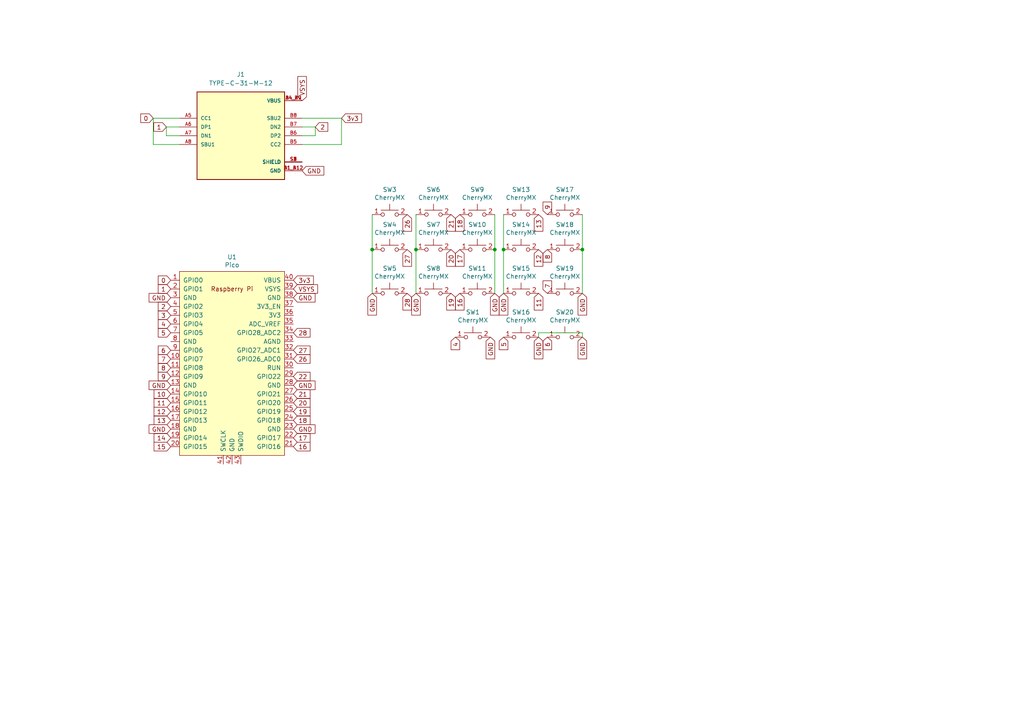
<source format=kicad_sch>
(kicad_sch (version 20230121) (generator eeschema)
  (paper "A4")
  (lib_symbols
    (symbol "Keeb-rescue:CherryMX-CherryMX" (pin_names (offset 0.254))
      (property "Reference" "SW" (at 2.54 3.175 0))
      (property "Value" "CherryMX_CherryMX" (at 0 -1.905 0))
      (symbol "CherryMX-CherryMX_1_1"
        (circle (center -2.032 0) (radius 0.508))
        (polyline (pts (xy 0 1.27) (xy 0 3.048)))
        (polyline (pts (xy 2.54 1.27) (xy -2.54 1.27)))
        (circle (center 2.032 0) (radius 0.508))
        (pin passive line (at -5.08 0 0) (length 2.54) (name "~") (number "1"))
        (pin passive line (at 5.08 0 180) (length 2.54) (name "~") (number "2"))
      )
    )
    (symbol "Keeb-rescue:Pico-MCU_RaspberryPi_and_Boards" (pin_names (offset 1.016))
      (property "Reference" "U" (at -13.97 27.94 0))
      (property "Value" "MCU_RaspberryPi_and_Boards_Pico" (at 0 19.05 0))
      (symbol "Pico-MCU_RaspberryPi_and_Boards_0_0"
        (text "Raspberry Pi" (at 0 21.59 0) (effects (font (size 1.27 1.27))))
      )
      (symbol "Pico-MCU_RaspberryPi_and_Boards_0_1"
        (rectangle (start -15.24 26.67) (end 15.24 -26.67) (fill (type background)))
      )
      (symbol "Pico-MCU_RaspberryPi_and_Boards_1_1"
        (pin bidirectional line (at -17.78 24.13 0) (length 2.54) (name "GPIO0") (number "1"))
        (pin bidirectional line (at -17.78 1.27 0) (length 2.54) (name "GPIO7") (number "10"))
        (pin bidirectional line (at -17.78 -1.27 0) (length 2.54) (name "GPIO8") (number "11"))
        (pin bidirectional line (at -17.78 -3.81 0) (length 2.54) (name "GPIO9") (number "12"))
        (pin power_in line (at -17.78 -6.35 0) (length 2.54) (name "GND") (number "13"))
        (pin bidirectional line (at -17.78 -8.89 0) (length 2.54) (name "GPIO10") (number "14"))
        (pin bidirectional line (at -17.78 -11.43 0) (length 2.54) (name "GPIO11") (number "15"))
        (pin bidirectional line (at -17.78 -13.97 0) (length 2.54) (name "GPIO12") (number "16"))
        (pin bidirectional line (at -17.78 -16.51 0) (length 2.54) (name "GPIO13") (number "17"))
        (pin power_in line (at -17.78 -19.05 0) (length 2.54) (name "GND") (number "18"))
        (pin bidirectional line (at -17.78 -21.59 0) (length 2.54) (name "GPIO14") (number "19"))
        (pin bidirectional line (at -17.78 21.59 0) (length 2.54) (name "GPIO1") (number "2"))
        (pin bidirectional line (at -17.78 -24.13 0) (length 2.54) (name "GPIO15") (number "20"))
        (pin bidirectional line (at 17.78 -24.13 180) (length 2.54) (name "GPIO16") (number "21"))
        (pin bidirectional line (at 17.78 -21.59 180) (length 2.54) (name "GPIO17") (number "22"))
        (pin power_in line (at 17.78 -19.05 180) (length 2.54) (name "GND") (number "23"))
        (pin bidirectional line (at 17.78 -16.51 180) (length 2.54) (name "GPIO18") (number "24"))
        (pin bidirectional line (at 17.78 -13.97 180) (length 2.54) (name "GPIO19") (number "25"))
        (pin bidirectional line (at 17.78 -11.43 180) (length 2.54) (name "GPIO20") (number "26"))
        (pin bidirectional line (at 17.78 -8.89 180) (length 2.54) (name "GPIO21") (number "27"))
        (pin power_in line (at 17.78 -6.35 180) (length 2.54) (name "GND") (number "28"))
        (pin bidirectional line (at 17.78 -3.81 180) (length 2.54) (name "GPIO22") (number "29"))
        (pin power_in line (at -17.78 19.05 0) (length 2.54) (name "GND") (number "3"))
        (pin input line (at 17.78 -1.27 180) (length 2.54) (name "RUN") (number "30"))
        (pin bidirectional line (at 17.78 1.27 180) (length 2.54) (name "GPIO26_ADC0") (number "31"))
        (pin bidirectional line (at 17.78 3.81 180) (length 2.54) (name "GPIO27_ADC1") (number "32"))
        (pin power_in line (at 17.78 6.35 180) (length 2.54) (name "AGND") (number "33"))
        (pin bidirectional line (at 17.78 8.89 180) (length 2.54) (name "GPIO28_ADC2") (number "34"))
        (pin unspecified line (at 17.78 11.43 180) (length 2.54) (name "ADC_VREF") (number "35"))
        (pin unspecified line (at 17.78 13.97 180) (length 2.54) (name "3V3") (number "36"))
        (pin input line (at 17.78 16.51 180) (length 2.54) (name "3V3_EN") (number "37"))
        (pin bidirectional line (at 17.78 19.05 180) (length 2.54) (name "GND") (number "38"))
        (pin unspecified line (at 17.78 21.59 180) (length 2.54) (name "VSYS") (number "39"))
        (pin bidirectional line (at -17.78 16.51 0) (length 2.54) (name "GPIO2") (number "4"))
        (pin unspecified line (at 17.78 24.13 180) (length 2.54) (name "VBUS") (number "40"))
        (pin input line (at -2.54 -29.21 90) (length 2.54) (name "SWCLK") (number "41"))
        (pin power_in line (at 0 -29.21 90) (length 2.54) (name "GND") (number "42"))
        (pin bidirectional line (at 2.54 -29.21 90) (length 2.54) (name "SWDIO") (number "43"))
        (pin bidirectional line (at -17.78 13.97 0) (length 2.54) (name "GPIO3") (number "5"))
        (pin bidirectional line (at -17.78 11.43 0) (length 2.54) (name "GPIO4") (number "6"))
        (pin bidirectional line (at -17.78 8.89 0) (length 2.54) (name "GPIO5") (number "7"))
        (pin power_in line (at -17.78 6.35 0) (length 2.54) (name "GND") (number "8"))
        (pin bidirectional line (at -17.78 3.81 0) (length 2.54) (name "GPIO6") (number "9"))
      )
    )
    (symbol "TypeC:TYPE-C-31-M-12" (pin_names (offset 1.016))
      (property "Reference" "J" (at -12.7 13.462 0))
      (property "Value" "TYPE-C-31-M-12" (at -12.7 -13.462 0))
      (symbol "TYPE-C-31-M-12_0_0"
        (rectangle (start -12.7 -12.7) (end 12.7 12.7) (stroke (width 0.254)) (fill (type background)))
        (pin power_in line (at 17.78 -10.16 180) (length 5.08) (name "GND") (number "A1_B12"))
        (pin power_in line (at 17.78 10.16 180) (length 5.08) (name "VBUS") (number "A4_B9"))
        (pin bidirectional line (at -17.78 5.08 0) (length 5.08) (name "CC1") (number "A5"))
        (pin bidirectional line (at -17.78 2.54 0) (length 5.08) (name "DP1") (number "A6"))
        (pin bidirectional line (at -17.78 0 0) (length 5.08) (name "DN1") (number "A7"))
        (pin bidirectional line (at -17.78 -2.54 0) (length 5.08) (name "SBU1") (number "A8"))
        (pin power_in line (at 17.78 -10.16 180) (length 5.08) (name "GND") (number "B1_A12"))
        (pin power_in line (at 17.78 10.16 180) (length 5.08) (name "VBUS") (number "B4_A9"))
        (pin bidirectional line (at 17.78 -2.54 180) (length 5.08) (name "CC2") (number "B5"))
        (pin bidirectional line (at 17.78 0 180) (length 5.08) (name "DP2") (number "B6"))
        (pin bidirectional line (at 17.78 2.54 180) (length 5.08) (name "DN2") (number "B7"))
        (pin bidirectional line (at 17.78 5.08 180) (length 5.08) (name "SBU2") (number "B8"))
        (pin passive line (at 17.78 -7.62 180) (length 5.08) (name "SHIELD") (number "S1"))
        (pin passive line (at 17.78 -7.62 180) (length 5.08) (name "SHIELD") (number "S2"))
        (pin passive line (at 17.78 -7.62 180) (length 5.08) (name "SHIELD") (number "S3"))
        (pin passive line (at 17.78 -7.62 180) (length 5.08) (name "SHIELD") (number "S4"))
      )
    )
  )
  (junction (at 146.05 72.39))
  (junction (at 143.51 72.39))
  (junction (at 168.91 72.39))
  (junction (at 107.95 72.39))
  (junction (at 120.65 72.39))
  (wire (pts (xy 146.05 62.23) (xy 146.05 72.39)))
  (wire (pts (xy 156.21 96.52) (xy 168.91 96.52)))
  (wire (pts (xy 44.45 41.91) (xy 52.07 41.91)))
  (wire (pts (xy 143.51 62.23) (xy 143.51 72.39)))
  (wire (pts (xy 168.91 62.23) (xy 168.91 72.39)))
  (wire (pts (xy 99.06 41.91) (xy 87.63 41.91)))
  (wire (pts (xy 52.07 36.83) (xy 48.26 36.83)))
  (wire (pts (xy 156.21 97.79) (xy 156.21 96.52)))
  (wire (pts (xy 91.44 36.83) (xy 91.44 39.37)))
  (wire (pts (xy 120.65 72.39) (xy 120.65 85.09)))
  (wire (pts (xy 107.95 62.23) (xy 107.95 72.39)))
  (wire (pts (xy 107.95 72.39) (xy 107.95 85.09)))
  (wire (pts (xy 120.65 62.23) (xy 120.65 72.39)))
  (wire (pts (xy 146.05 72.39) (xy 146.05 85.09)))
  (wire (pts (xy 91.44 39.37) (xy 87.63 39.37)))
  (wire (pts (xy 168.91 96.52) (xy 168.91 97.79)))
  (wire (pts (xy 48.26 39.37) (xy 52.07 39.37)))
  (wire (pts (xy 52.07 34.29) (xy 44.45 34.29)))
  (wire (pts (xy 48.26 36.83) (xy 48.26 39.37)))
  (wire (pts (xy 143.51 72.39) (xy 143.51 85.09)))
  (wire (pts (xy 44.45 34.29) (xy 44.45 41.91)))
  (wire (pts (xy 99.06 34.29) (xy 99.06 41.91)))
  (wire (pts (xy 87.63 36.83) (xy 91.44 36.83)))
  (wire (pts (xy 168.91 72.39) (xy 168.91 85.09)))
  (wire (pts (xy 87.63 34.29) (xy 99.06 34.29)))
  (global_label "9" (shape input) (at 158.75 62.23 90) (property "Intersheetrefs" "${INTERSHEET_REFS}" (effects hide)))
  (global_label "5" (shape input) (at 49.53 96.52 180) (property "Intersheetrefs" "${INTERSHEET_REFS}" (effects hide)))
  (global_label "GND" (shape input) (at 120.65 85.09 270) (property "Intersheetrefs" "${INTERSHEET_REFS}" (effects hide)))
  (global_label "GND" (shape input) (at 49.53 124.46 180) (property "Intersheetrefs" "${INTERSHEET_REFS}" (effects hide)))
  (global_label "11" (shape input) (at 49.53 116.84 180) (property "Intersheetrefs" "${INTERSHEET_REFS}" (effects hide)))
  (global_label "3" (shape input) (at 49.53 91.44 180) (property "Intersheetrefs" "${INTERSHEET_REFS}" (effects hide)))
  (global_label "GND" (shape input) (at 146.05 85.09 270) (property "Intersheetrefs" "${INTERSHEET_REFS}" (effects hide)))
  (global_label "2" (shape input) (at 91.44 36.83 0) (property "Intersheetrefs" "${INTERSHEET_REFS}" (effects hide)))
  (global_label "22" (shape input) (at 85.09 109.22 0) (property "Intersheetrefs" "${INTERSHEET_REFS}" (effects hide)))
  (global_label "13" (shape input) (at 49.53 121.92 180) (property "Intersheetrefs" "${INTERSHEET_REFS}" (effects hide)))
  (global_label "GND" (shape input) (at 142.24 97.79 270) (property "Intersheetrefs" "${INTERSHEET_REFS}" (effects hide)))
  (global_label "GND" (shape input) (at 168.91 85.09 270) (property "Intersheetrefs" "${INTERSHEET_REFS}" (effects hide)))
  (global_label "20" (shape input) (at 130.81 72.39 270) (property "Intersheetrefs" "${INTERSHEET_REFS}" (effects hide)))
  (global_label "27" (shape input) (at 118.11 72.39 270) (property "Intersheetrefs" "${INTERSHEET_REFS}" (effects hide)))
  (global_label "VSYS" (shape input) (at 87.63 29.21 90) (property "Intersheetrefs" "${INTERSHEET_REFS}" (effects hide)))
  (global_label "16" (shape input) (at 133.35 85.09 270) (property "Intersheetrefs" "${INTERSHEET_REFS}" (effects hide)))
  (global_label "27" (shape input) (at 85.09 101.6 0) (property "Intersheetrefs" "${INTERSHEET_REFS}" (effects hide)))
  (global_label "7" (shape input) (at 158.75 85.09 90) (property "Intersheetrefs" "${INTERSHEET_REFS}" (effects hide)))
  (global_label "28" (shape input) (at 85.09 96.52 0) (property "Intersheetrefs" "${INTERSHEET_REFS}" (effects hide)))
  (global_label "3v3" (shape input) (at 99.06 34.29 0) (property "Intersheetrefs" "${INTERSHEET_REFS}" (effects hide)))
  (global_label "GND" (shape input) (at 168.91 97.79 270) (property "Intersheetrefs" "${INTERSHEET_REFS}" (effects hide)))
  (global_label "18" (shape input) (at 133.35 62.23 270) (property "Intersheetrefs" "${INTERSHEET_REFS}" (effects hide)))
  (global_label "GND" (shape input) (at 49.53 111.76 180) (property "Intersheetrefs" "${INTERSHEET_REFS}" (effects hide)))
  (global_label "14" (shape input) (at 49.53 127 180) (property "Intersheetrefs" "${INTERSHEET_REFS}" (effects hide)))
  (global_label "17" (shape input) (at 85.09 127 0) (property "Intersheetrefs" "${INTERSHEET_REFS}" (effects hide)))
  (global_label "8" (shape input) (at 158.75 72.39 270) (property "Intersheetrefs" "${INTERSHEET_REFS}" (effects hide)))
  (global_label "18" (shape input) (at 85.09 121.92 0) (property "Intersheetrefs" "${INTERSHEET_REFS}" (effects hide)))
  (global_label "28" (shape input) (at 118.11 85.09 270) (property "Intersheetrefs" "${INTERSHEET_REFS}" (effects hide)))
  (global_label "4" (shape input) (at 49.53 93.98 180) (property "Intersheetrefs" "${INTERSHEET_REFS}" (effects hide)))
  (global_label "GND" (shape input) (at 49.53 86.36 180) (property "Intersheetrefs" "${INTERSHEET_REFS}" (effects hide)))
  (global_label "20" (shape input) (at 85.09 116.84 0) (property "Intersheetrefs" "${INTERSHEET_REFS}" (effects hide)))
  (global_label "GND" (shape input) (at 87.63 49.53 0) (property "Intersheetrefs" "${INTERSHEET_REFS}" (effects hide)))
  (global_label "GND" (shape input) (at 107.95 85.09 270) (property "Intersheetrefs" "${INTERSHEET_REFS}" (effects hide)))
  (global_label "13" (shape input) (at 156.21 62.23 270) (property "Intersheetrefs" "${INTERSHEET_REFS}" (effects hide)))
  (global_label "GND" (shape input) (at 85.09 111.76 0) (property "Intersheetrefs" "${INTERSHEET_REFS}" (effects hide)))
  (global_label "9" (shape input) (at 49.53 109.22 180) (property "Intersheetrefs" "${INTERSHEET_REFS}" (effects hide)))
  (global_label "2" (shape input) (at 49.53 88.9 180) (property "Intersheetrefs" "${INTERSHEET_REFS}" (effects hide)))
  (global_label "19" (shape input) (at 130.81 85.09 270) (property "Intersheetrefs" "${INTERSHEET_REFS}" (effects hide)))
  (global_label "11" (shape input) (at 156.21 85.09 270) (property "Intersheetrefs" "${INTERSHEET_REFS}" (effects hide)))
  (global_label "21" (shape input) (at 130.81 62.23 270) (property "Intersheetrefs" "${INTERSHEET_REFS}" (effects hide)))
  (global_label "12" (shape input) (at 156.21 72.39 270) (property "Intersheetrefs" "${INTERSHEET_REFS}" (effects hide)))
  (global_label "5" (shape input) (at 146.05 97.79 270) (property "Intersheetrefs" "${INTERSHEET_REFS}" (effects hide)))
  (global_label "0" (shape input) (at 49.53 81.28 180) (property "Intersheetrefs" "${INTERSHEET_REFS}" (effects hide)))
  (global_label "12" (shape input) (at 49.53 119.38 180) (property "Intersheetrefs" "${INTERSHEET_REFS}" (effects hide)))
  (global_label "7" (shape input) (at 49.53 104.14 180) (property "Intersheetrefs" "${INTERSHEET_REFS}" (effects hide)))
  (global_label "1" (shape input) (at 48.26 36.83 180) (property "Intersheetrefs" "${INTERSHEET_REFS}" (effects hide)))
  (global_label "26" (shape input) (at 118.11 62.23 270) (property "Intersheetrefs" "${INTERSHEET_REFS}" (effects hide)))
  (global_label "0" (shape input) (at 44.45 34.29 180) (property "Intersheetrefs" "${INTERSHEET_REFS}" (effects hide)))
  (global_label "GND" (shape input) (at 156.21 97.79 270) (property "Intersheetrefs" "${INTERSHEET_REFS}" (effects hide)))
  (global_label "19" (shape input) (at 85.09 119.38 0) (property "Intersheetrefs" "${INTERSHEET_REFS}" (effects hide)))
  (global_label "21" (shape input) (at 85.09 114.3 0) (property "Intersheetrefs" "${INTERSHEET_REFS}" (effects hide)))
  (global_label "3v3" (shape input) (at 85.09 81.28 0) (property "Intersheetrefs" "${INTERSHEET_REFS}" (effects hide)))
  (global_label "16" (shape input) (at 85.09 129.54 0) (property "Intersheetrefs" "${INTERSHEET_REFS}" (effects hide)))
  (global_label "15" (shape input) (at 49.53 129.54 180) (property "Intersheetrefs" "${INTERSHEET_REFS}" (effects hide)))
  (global_label "26" (shape input) (at 85.09 104.14 0) (property "Intersheetrefs" "${INTERSHEET_REFS}" (effects hide)))
  (global_label "GND" (shape input) (at 85.09 86.36 0) (property "Intersheetrefs" "${INTERSHEET_REFS}" (effects hide)))
  (global_label "6" (shape input) (at 49.53 101.6 180) (property "Intersheetrefs" "${INTERSHEET_REFS}" (effects hide)))
  (global_label "GND" (shape input) (at 143.51 85.09 270) (property "Intersheetrefs" "${INTERSHEET_REFS}" (effects hide)))
  (global_label "8" (shape input) (at 49.53 106.68 180) (property "Intersheetrefs" "${INTERSHEET_REFS}" (effects hide)))
  (global_label "17" (shape input) (at 133.35 72.39 270) (property "Intersheetrefs" "${INTERSHEET_REFS}" (effects hide)))
  (global_label "10" (shape input) (at 49.53 114.3 180) (property "Intersheetrefs" "${INTERSHEET_REFS}" (effects hide)))
  (global_label "4" (shape input) (at 132.08 97.79 270) (property "Intersheetrefs" "${INTERSHEET_REFS}" (effects hide)))
  (global_label "6" (shape input) (at 158.75 97.79 270) (property "Intersheetrefs" "${INTERSHEET_REFS}" (effects hide)))
  (global_label "1" (shape input) (at 49.53 83.82 180) (property "Intersheetrefs" "${INTERSHEET_REFS}" (effects hide)))
  (global_label "GND" (shape input) (at 85.09 124.46 0) (property "Intersheetrefs" "${INTERSHEET_REFS}" (effects hide)))
  (global_label "VSYS" (shape input) (at 85.09 83.82 0) (property "Intersheetrefs" "${INTERSHEET_REFS}" (effects hide)))
  (symbol (lib_id "Keeb-rescue:Pico-MCU_RaspberryPi_and_Boards") (at 67.31 105.41 0) (unit 1)
    (property "Reference" "U1" (at 67.31 74.549 0))
    (property "Value" "Pico" (at 67.31 76.8604 0))
    (property "Footprint" "MCU_RaspberryPi_and_Boards:RPi_Pico_SMD_TH" (effects hide))
  )
  (symbol (lib_id "Keeb-rescue:CherryMX-CherryMX") (at 113.03 62.23 0) (unit 1)
    (property "Reference" "SW3" (at 113.03 54.991 0))
    (property "Value" "CherryMX" (at 113.03 57.3024 0))
    (property "Footprint" "ScottoKeebs_Hotswap:Hotswap_MX_1.00u" (effects hide))
  )
  (symbol (lib_id "Keeb-rescue:CherryMX-CherryMX") (at 125.73 62.23 0) (unit 1)
    (property "Reference" "SW6" (at 125.73 54.991 0))
    (property "Value" "CherryMX" (at 125.73 57.3024 0))
    (property "Footprint" "ScottoKeebs_Hotswap:Hotswap_MX_1.00u" (effects hide))
  )
  (symbol (lib_id "Keeb-rescue:CherryMX-CherryMX") (at 138.43 62.23 0) (unit 1)
    (property "Reference" "SW9" (at 138.43 54.991 0))
    (property "Value" "CherryMX" (at 138.43 57.3024 0))
    (property "Footprint" "ScottoKeebs_Hotswap:Hotswap_MX_1.00u" (effects hide))
  )
  (symbol (lib_id "Keeb-rescue:CherryMX-CherryMX") (at 151.13 62.23 0) (unit 1)
    (property "Reference" "SW13" (at 151.13 54.991 0))
    (property "Value" "CherryMX" (at 151.13 57.3024 0))
    (property "Footprint" "ScottoKeebs_Hotswap:Hotswap_MX_1.00u" (effects hide))
  )
  (symbol (lib_id "Keeb-rescue:CherryMX-CherryMX") (at 163.83 62.23 0) (unit 1)
    (property "Reference" "SW17" (at 163.83 54.991 0))
    (property "Value" "CherryMX" (at 163.83 57.3024 0))
    (property "Footprint" "ScottoKeebs_Hotswap:Hotswap_MX_1.00u" (effects hide))
  )
  (symbol (lib_id "Keeb-rescue:CherryMX-CherryMX") (at 113.03 72.39 0) (unit 1)
    (property "Reference" "SW4" (at 113.03 65.151 0))
    (property "Value" "CherryMX" (at 113.03 67.4624 0))
    (property "Footprint" "ScottoKeebs_Hotswap:Hotswap_MX_1.00u" (effects hide))
  )
  (symbol (lib_id "Keeb-rescue:CherryMX-CherryMX") (at 125.73 72.39 0) (unit 1)
    (property "Reference" "SW7" (at 125.73 65.151 0))
    (property "Value" "CherryMX" (at 125.73 67.4624 0))
    (property "Footprint" "ScottoKeebs_Hotswap:Hotswap_MX_1.00u" (effects hide))
  )
  (symbol (lib_id "Keeb-rescue:CherryMX-CherryMX") (at 138.43 72.39 0) (unit 1)
    (property "Reference" "SW10" (at 138.43 65.151 0))
    (property "Value" "CherryMX" (at 138.43 67.4624 0))
    (property "Footprint" "ScottoKeebs_Hotswap:Hotswap_MX_1.00u" (effects hide))
  )
  (symbol (lib_id "Keeb-rescue:CherryMX-CherryMX") (at 151.13 72.39 0) (unit 1)
    (property "Reference" "SW14" (at 151.13 65.151 0))
    (property "Value" "CherryMX" (at 151.13 67.4624 0))
    (property "Footprint" "ScottoKeebs_Hotswap:Hotswap_MX_1.00u" (effects hide))
  )
  (symbol (lib_id "Keeb-rescue:CherryMX-CherryMX") (at 163.83 72.39 0) (unit 1)
    (property "Reference" "SW18" (at 163.83 65.151 0))
    (property "Value" "CherryMX" (at 163.83 67.4624 0))
    (property "Footprint" "ScottoKeebs_Hotswap:Hotswap_MX_1.00u" (effects hide))
  )
  (symbol (lib_id "Keeb-rescue:CherryMX-CherryMX") (at 113.03 85.09 0) (unit 1)
    (property "Reference" "SW5" (at 113.03 77.851 0))
    (property "Value" "CherryMX" (at 113.03 80.1624 0))
    (property "Footprint" "ScottoKeebs_Hotswap:Hotswap_MX_1.00u" (effects hide))
  )
  (symbol (lib_id "Keeb-rescue:CherryMX-CherryMX") (at 125.73 85.09 0) (unit 1)
    (property "Reference" "SW8" (at 125.73 77.851 0))
    (property "Value" "CherryMX" (at 125.73 80.1624 0))
    (property "Footprint" "ScottoKeebs_Hotswap:Hotswap_MX_1.00u" (effects hide))
  )
  (symbol (lib_id "Keeb-rescue:CherryMX-CherryMX") (at 138.43 85.09 0) (unit 1)
    (property "Reference" "SW11" (at 138.43 77.851 0))
    (property "Value" "CherryMX" (at 138.43 80.1624 0))
    (property "Footprint" "ScottoKeebs_Hotswap:Hotswap_MX_1.00u" (effects hide))
  )
  (symbol (lib_id "Keeb-rescue:CherryMX-CherryMX") (at 151.13 85.09 0) (unit 1)
    (property "Reference" "SW15" (at 151.13 77.851 0))
    (property "Value" "CherryMX" (at 151.13 80.1624 0))
    (property "Footprint" "ScottoKeebs_Hotswap:Hotswap_MX_1.00u" (effects hide))
  )
  (symbol (lib_id "Keeb-rescue:CherryMX-CherryMX") (at 163.83 85.09 0) (unit 1)
    (property "Reference" "SW19" (at 163.83 77.851 0))
    (property "Value" "CherryMX" (at 163.83 80.1624 0))
    (property "Footprint" "ScottoKeebs_Hotswap:Hotswap_MX_1.00u" (effects hide))
  )
  (symbol (lib_id "Keeb-rescue:CherryMX-CherryMX") (at 151.13 97.79 0) (unit 1)
    (property "Reference" "SW16" (at 151.13 90.551 0))
    (property "Value" "CherryMX" (at 151.13 92.8624 0))
    (property "Footprint" "ScottoKeebs_Hotswap:Hotswap_MX_1.00u" (effects hide))
  )
  (symbol (lib_id "Keeb-rescue:CherryMX-CherryMX") (at 163.83 97.79 0) (unit 1)
    (property "Reference" "SW20" (at 163.83 90.551 0))
    (property "Value" "CherryMX" (at 163.83 92.8624 0))
    (property "Footprint" "ScottoKeebs_Hotswap:Hotswap_MX_1.00u" (effects hide))
  )
  (symbol (lib_id "Keeb-rescue:CherryMX-CherryMX") (at 137.16 97.79 0) (unit 1)
    (property "Reference" "SW1" (at 137.16 90.551 0))
    (property "Value" "CherryMX" (at 137.16 92.8624 0))
    (property "Footprint" "ScottoKeebs_Hotswap:Hotswap_MX_1.00u" (effects hide))
  )
  (symbol (lib_id "TypeC:TYPE-C-31-M-12") (at 69.85 39.37 0) (unit 1)
    (property "Reference" "J1" (at 69.85 21.59 0))
    (property "Value" "TYPE-C-31-M-12" (at 69.85 24.13 0))
    (property "Footprint" "TypeC:HRO_TYPE-C-31-M-12" (effects hide))
    (property "MF" "HRO Electronics Co., Ltd." (effects hide))
    (property "MAXIMUM_PACKAGE_HEIGHT" "3.26 mm" (effects hide))
    (property "Package" "Package" (effects hide))
    (property "Price" "None" (effects hide))
    (property "Check_prices" "https://www.snapeda.com/parts/TYPE-C-31-M-12/HRO+Electronics+Co.%252C+Ltd./view-part/?ref=eda" (effects hide))
    (property "STANDARD" "Manufacturer Recommendations" (effects hide))
    (property "PARTREV" "2020.12.08" (effects hide))
    (property "SnapEDA_Link" "https://www.snapeda.com/parts/TYPE-C-31-M-12/HRO+Electronics+Co.%252C+Ltd./view-part/?ref=snap" (effects hide))
    (property "MP" "TYPE-C-31-M-12" (effects hide))
    (property "Description" "\nUSB Connectors 24 Receptacle 1 8.94*7.3mm RoHS\n" (effects hide))
    (property "SNAPEDA_PN" "TYPE-C-31-M-12" (effects hide))
    (property "Availability" "Not in stock" (effects hide))
    (property "MANUFACTURER" "HRO Electronics Co., Ltd." (effects hide))
  )
)
</source>
